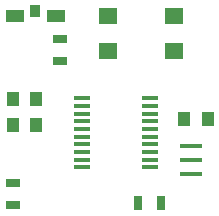
<source format=gbr>
G04 #@! TF.FileFunction,Paste,Top*
%FSLAX46Y46*%
G04 Gerber Fmt 4.6, Leading zero omitted, Abs format (unit mm)*
G04 Created by KiCad (PCBNEW 4.0.2-stable) date Friday, November 24, 2017 'AMt' 07:28:29 AM*
%MOMM*%
G01*
G04 APERTURE LIST*
%ADD10C,0.100000*%
%ADD11R,1.000000X1.250000*%
%ADD12R,0.900000X1.000000*%
%ADD13R,1.500000X1.000000*%
%ADD14R,1.300000X0.700000*%
%ADD15R,0.700000X1.300000*%
%ADD16R,1.600000X1.400000*%
%ADD17R,1.350000X0.400000*%
%ADD18R,1.900000X0.400000*%
G04 APERTURE END LIST*
D10*
D11*
X117310000Y-99040000D03*
X115310000Y-99040000D03*
X117310000Y-101290000D03*
X115310000Y-101290000D03*
X129860000Y-100750000D03*
X131860000Y-100750000D03*
D12*
X117250000Y-91600000D03*
D13*
X119000000Y-92000000D03*
X115500000Y-92000000D03*
D14*
X119340000Y-95870000D03*
X119340000Y-93970000D03*
X115340000Y-108060000D03*
X115340000Y-106160000D03*
D15*
X125940000Y-107880000D03*
X127840000Y-107880000D03*
D16*
X123400000Y-92000000D03*
X129000000Y-92000000D03*
X129000000Y-95000000D03*
X123400000Y-95000000D03*
D17*
X121200000Y-104860000D03*
X121200000Y-104210000D03*
X121200000Y-103560000D03*
X121200000Y-102910000D03*
X121200000Y-102260000D03*
X121200000Y-101610000D03*
X121200000Y-100960000D03*
X121200000Y-100310000D03*
X121200000Y-99660000D03*
X121200000Y-99010000D03*
X126950000Y-99010000D03*
X126950000Y-99660000D03*
X126950000Y-100310000D03*
X126950000Y-100960000D03*
X126950000Y-101610000D03*
X126950000Y-102260000D03*
X126950000Y-102910000D03*
X126950000Y-103560000D03*
X126950000Y-104210000D03*
X126950000Y-104860000D03*
D18*
X130400000Y-103000000D03*
X130400000Y-104200000D03*
X130400000Y-105400000D03*
M02*

</source>
